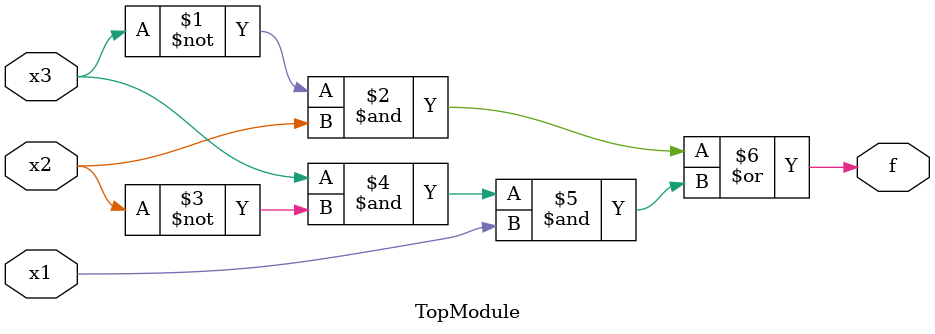
<source format=sv>

module TopModule (
  input x3,
  input x2,
  input x1,
  output f
);
assign f = (~x3 & x2) | (x3 & ~x2 & x1);
endmodule

</source>
